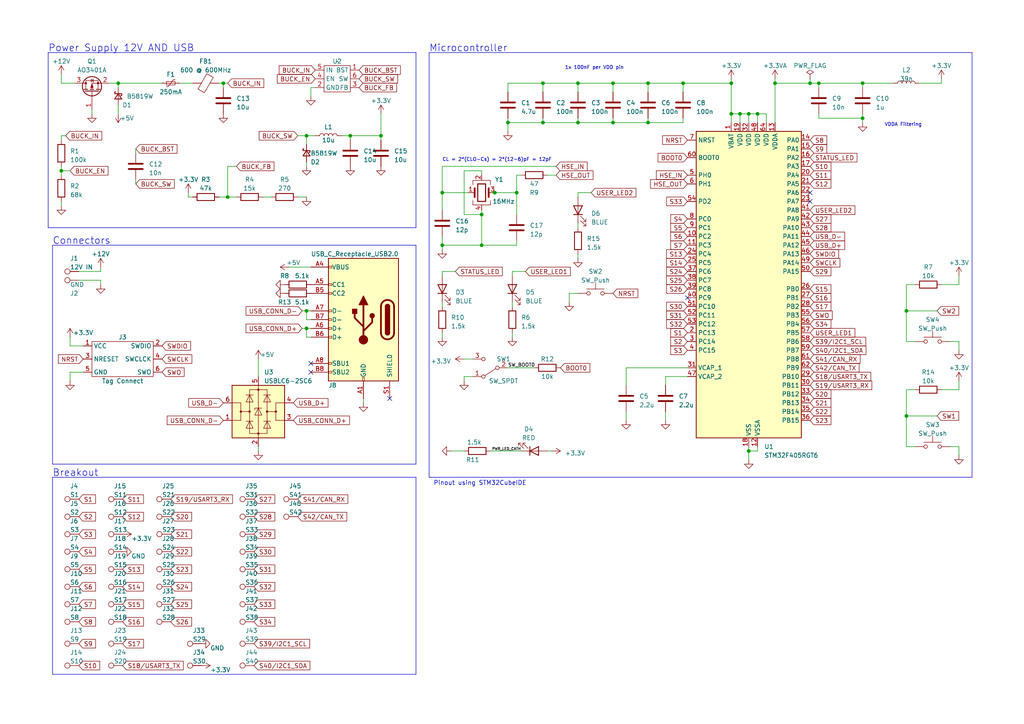
<source format=kicad_sch>
(kicad_sch (version 20230121) (generator eeschema)
  (paper "A4")
  (title_block (title "STM32 Simple") (date "2023-05-14") (rev "1.0"))
  (junction (at 157.48 24.13))
  (junction (at 250.19 34.29))
  (junction (at 250.19 24.13))
  (junction (at 110.49 39.37))
  (junction (at 219.71 33.02))
  (junction (at 167.64 35.56))
  (junction (at 149.86 55.88))
  (junction (at 167.64 24.13))
  (junction (at 147.32 35.56))
  (junction (at 262.89 120.65))
  (junction (at 143.51 55.88))
  (junction (at 64.77 24.13))
  (junction (at 139.7 62.23))
  (junction (at 177.8 24.13))
  (junction (at 88.9 95.25))
  (junction (at 187.96 24.13))
  (junction (at 177.8 35.56))
  (junction (at 128.27 71.12))
  (junction (at 212.09 33.02))
  (junction (at 88.9 39.37))
  (junction (at 88.9 90.17))
  (junction (at 262.89 90.17))
  (junction (at 66.04 57.15))
  (junction (at 101.6 39.37))
  (junction (at 217.17 130.81))
  (junction (at 17.78 49.53))
  (junction (at 217.17 33.02))
  (junction (at 212.09 24.13))
  (junction (at 214.63 33.02))
  (junction (at 224.79 24.13))
  (junction (at 157.48 35.56))
  (junction (at 128.27 55.88))
  (junction (at 139.7 71.12))
  (junction (at 234.95 24.13))
  (junction (at 34.29 24.13))
  (junction (at 187.96 35.56))
  (junction (at 237.49 24.13))
  (junction (at 198.12 24.13))
  (no_connect (at 199.39 86.36))
  (no_connect (at 234.95 55.88))
  (no_connect (at 90.17 107.95))
  (no_connect (at 113.03 115.57))
  (no_connect (at 234.95 58.42))
  (no_connect (at 90.17 105.41))
  (wire (pts (xy 147.32 34.29) (xy 147.32 35.56)))
  (wire (pts (xy 128.27 71.12) (xy 139.7 71.12)))
  (wire (pts (xy 237.49 33.02) (xy 237.49 34.29)))
  (polyline (pts (xy 120.65 195.58) (xy 120.65 138.43)))
  (wire (pts (xy 139.7 71.12) (xy 149.86 71.12)))
  (wire (pts (xy 187.96 26.67) (xy 187.96 24.13)))
  (wire (pts (xy 147.32 26.67) (xy 147.32 24.13)))
  (wire (pts (xy 142.24 55.88) (xy 143.51 55.88)))
  (wire (pts (xy 152.4 78.74) (xy 148.59 78.74)))
  (wire (pts (xy 157.48 26.67) (xy 157.48 24.13)))
  (wire (pts (xy 66.04 48.26) (xy 66.04 57.15)))
  (wire (pts (xy 219.71 35.56) (xy 219.71 33.02)))
  (polyline (pts (xy 281.94 138.43) (xy 281.94 15.24)))
  (wire (pts (xy 29.21 78.74) (xy 29.21 77.47)))
  (wire (pts (xy 87.63 90.17) (xy 88.9 90.17)))
  (wire (pts (xy 110.49 39.37) (xy 110.49 40.64)))
  (wire (pts (xy 90.17 97.79) (xy 88.9 97.79)))
  (wire (pts (xy 193.04 111.76) (xy 193.04 109.22)))
  (wire (pts (xy 177.8 34.29) (xy 177.8 35.56)))
  (wire (pts (xy 167.64 24.13) (xy 177.8 24.13)))
  (wire (pts (xy 17.78 21.59) (xy 17.78 24.13)))
  (wire (pts (xy 198.12 24.13) (xy 212.09 24.13)))
  (wire (pts (xy 74.93 129.54) (xy 74.93 130.81)))
  (wire (pts (xy 217.17 130.81) (xy 217.17 133.35)))
  (wire (pts (xy 193.04 109.22) (xy 199.39 109.22)))
  (wire (pts (xy 17.78 48.26) (xy 17.78 49.53)))
  (polyline (pts (xy 15.24 71.12) (xy 15.24 134.62)))
  (polyline (pts (xy 120.65 15.24) (xy 120.65 66.04)))
  (wire (pts (xy 265.43 129.54) (xy 262.89 129.54)))
  (wire (pts (xy 198.12 24.13) (xy 198.12 26.67)))
  (wire (pts (xy 212.09 22.86) (xy 212.09 24.13)))
  (wire (pts (xy 160.02 130.81) (xy 158.75 130.81)))
  (wire (pts (xy 66.04 57.15) (xy 68.58 57.15)))
  (wire (pts (xy 26.67 33.02) (xy 26.67 31.75)))
  (wire (pts (xy 234.95 22.86) (xy 234.95 24.13)))
  (wire (pts (xy 217.17 33.02) (xy 214.63 33.02)))
  (wire (pts (xy 265.43 113.03) (xy 262.89 113.03)))
  (wire (pts (xy 212.09 33.02) (xy 212.09 35.56)))
  (wire (pts (xy 147.32 24.13) (xy 157.48 24.13)))
  (wire (pts (xy 278.13 110.49) (xy 278.13 113.03)))
  (wire (pts (xy 148.59 97.79) (xy 148.59 96.52)))
  (wire (pts (xy 88.9 95.25) (xy 90.17 95.25)))
  (wire (pts (xy 222.25 33.02) (xy 219.71 33.02)))
  (wire (pts (xy 273.05 22.86) (xy 273.05 24.13)))
  (wire (pts (xy 266.7 24.13) (xy 273.05 24.13)))
  (wire (pts (xy 20.32 97.79) (xy 20.32 100.33)))
  (wire (pts (xy 219.71 129.54) (xy 219.71 130.81)))
  (wire (pts (xy 87.63 95.25) (xy 88.9 95.25)))
  (wire (pts (xy 110.49 33.02) (xy 110.49 39.37)))
  (wire (pts (xy 22.86 81.28) (xy 29.21 81.28)))
  (wire (pts (xy 187.96 34.29) (xy 187.96 35.56)))
  (wire (pts (xy 193.04 119.38) (xy 193.04 121.92)))
  (wire (pts (xy 134.62 104.14) (xy 137.16 104.14)))
  (polyline (pts (xy 15.24 138.43) (xy 15.24 195.58)))
  (polyline (pts (xy 15.24 134.62) (xy 120.65 134.62)))
  (wire (pts (xy 234.95 24.13) (xy 237.49 24.13)))
  (wire (pts (xy 262.89 90.17) (xy 271.78 90.17)))
  (wire (pts (xy 128.27 48.26) (xy 161.29 48.26)))
  (wire (pts (xy 224.79 24.13) (xy 234.95 24.13)))
  (wire (pts (xy 265.43 99.06) (xy 262.89 99.06)))
  (wire (pts (xy 52.07 24.13) (xy 55.88 24.13)))
  (wire (pts (xy 265.43 82.55) (xy 262.89 82.55)))
  (wire (pts (xy 139.7 62.23) (xy 139.7 60.96)))
  (wire (pts (xy 19.05 39.37) (xy 17.78 39.37)))
  (wire (pts (xy 88.9 48.26) (xy 88.9 46.99)))
  (wire (pts (xy 128.27 55.88) (xy 135.89 55.88)))
  (polyline (pts (xy 13.97 15.24) (xy 120.65 15.24)))
  (wire (pts (xy 177.8 26.67) (xy 177.8 24.13)))
  (wire (pts (xy 177.8 35.56) (xy 187.96 35.56)))
  (wire (pts (xy 34.29 24.13) (xy 34.29 25.4)))
  (wire (pts (xy 68.58 48.26) (xy 66.04 48.26)))
  (wire (pts (xy 262.89 120.65) (xy 262.89 129.54)))
  (polyline (pts (xy 124.46 15.24) (xy 124.46 138.43)))
  (polyline (pts (xy 120.65 66.04) (xy 13.97 66.04)))
  (wire (pts (xy 90.17 25.4) (xy 90.17 27.94)))
  (wire (pts (xy 63.5 57.15) (xy 66.04 57.15)))
  (wire (pts (xy 157.48 24.13) (xy 167.64 24.13)))
  (wire (pts (xy 20.32 100.33) (xy 24.13 100.33)))
  (wire (pts (xy 17.78 24.13) (xy 21.59 24.13)))
  (wire (pts (xy 128.27 68.58) (xy 128.27 71.12)))
  (wire (pts (xy 250.19 34.29) (xy 250.19 35.56)))
  (wire (pts (xy 273.05 82.55) (xy 278.13 82.55)))
  (wire (pts (xy 222.25 35.56) (xy 222.25 33.02)))
  (wire (pts (xy 214.63 33.02) (xy 212.09 33.02)))
  (wire (pts (xy 217.17 129.54) (xy 217.17 130.81)))
  (wire (pts (xy 29.21 81.28) (xy 29.21 82.55)))
  (wire (pts (xy 91.44 25.4) (xy 90.17 25.4)))
  (wire (pts (xy 250.19 33.02) (xy 250.19 34.29)))
  (wire (pts (xy 88.9 41.91) (xy 88.9 39.37)))
  (wire (pts (xy 278.13 99.06) (xy 278.13 101.6)))
  (wire (pts (xy 17.78 39.37) (xy 17.78 40.64)))
  (wire (pts (xy 24.13 107.95) (xy 20.32 107.95)))
  (wire (pts (xy 224.79 22.86) (xy 224.79 24.13)))
  (wire (pts (xy 149.86 69.85) (xy 149.86 71.12)))
  (wire (pts (xy 17.78 58.42) (xy 17.78 59.69)))
  (polyline (pts (xy 124.46 138.43) (xy 281.94 138.43)))
  (wire (pts (xy 199.39 106.68) (xy 181.61 106.68)))
  (wire (pts (xy 262.89 113.03) (xy 262.89 120.65)))
  (wire (pts (xy 167.64 35.56) (xy 177.8 35.56)))
  (wire (pts (xy 137.16 109.22) (xy 134.62 109.22)))
  (wire (pts (xy 63.5 24.13) (xy 64.77 24.13)))
  (wire (pts (xy 237.49 24.13) (xy 250.19 24.13)))
  (wire (pts (xy 237.49 34.29) (xy 250.19 34.29)))
  (wire (pts (xy 64.77 25.4) (xy 64.77 24.13)))
  (wire (pts (xy 101.6 39.37) (xy 110.49 39.37)))
  (wire (pts (xy 219.71 33.02) (xy 217.17 33.02)))
  (wire (pts (xy 278.13 80.01) (xy 278.13 82.55)))
  (wire (pts (xy 34.29 24.13) (xy 46.99 24.13)))
  (wire (pts (xy 139.7 49.53) (xy 139.7 50.8)))
  (wire (pts (xy 167.64 66.04) (xy 167.64 64.77)))
  (wire (pts (xy 167.64 55.88) (xy 167.64 57.15)))
  (wire (pts (xy 128.27 78.74) (xy 128.27 80.01)))
  (wire (pts (xy 167.64 34.29) (xy 167.64 35.56)))
  (wire (pts (xy 224.79 24.13) (xy 224.79 35.56)))
  (wire (pts (xy 167.64 26.67) (xy 167.64 24.13)))
  (polyline (pts (xy 120.65 134.62) (xy 120.65 71.12)))
  (wire (pts (xy 139.7 49.53) (xy 134.62 49.53)))
  (wire (pts (xy 134.62 62.23) (xy 139.7 62.23)))
  (wire (pts (xy 167.64 85.09) (xy 165.1 85.09)))
  (wire (pts (xy 31.75 24.13) (xy 34.29 24.13)))
  (wire (pts (xy 158.75 50.8) (xy 161.29 50.8)))
  (wire (pts (xy 250.19 24.13) (xy 259.08 24.13)))
  (polyline (pts (xy 120.65 71.12) (xy 15.24 71.12)))
  (wire (pts (xy 128.27 97.79) (xy 128.27 96.52)))
  (wire (pts (xy 105.41 115.57) (xy 105.41 116.84)))
  (wire (pts (xy 157.48 35.56) (xy 167.64 35.56)))
  (wire (pts (xy 198.12 34.29) (xy 198.12 35.56)))
  (wire (pts (xy 134.62 109.22) (xy 134.62 110.49)))
  (wire (pts (xy 88.9 57.15) (xy 86.36 57.15)))
  (wire (pts (xy 128.27 88.9) (xy 128.27 87.63)))
  (wire (pts (xy 149.86 50.8) (xy 151.13 50.8)))
  (wire (pts (xy 83.82 77.47) (xy 90.17 77.47)))
  (wire (pts (xy 149.86 55.88) (xy 149.86 62.23)))
  (wire (pts (xy 88.9 90.17) (xy 90.17 90.17)))
  (wire (pts (xy 177.8 24.13) (xy 187.96 24.13)))
  (wire (pts (xy 147.32 35.56) (xy 147.32 38.1)))
  (wire (pts (xy 143.51 55.88) (xy 149.86 55.88)))
  (wire (pts (xy 187.96 24.13) (xy 198.12 24.13)))
  (wire (pts (xy 181.61 119.38) (xy 181.61 121.92)))
  (wire (pts (xy 167.64 74.93) (xy 167.64 73.66)))
  (wire (pts (xy 64.77 24.13) (xy 66.04 24.13)))
  (wire (pts (xy 262.89 90.17) (xy 262.89 99.06)))
  (wire (pts (xy 22.86 78.74) (xy 29.21 78.74)))
  (wire (pts (xy 39.37 43.18) (xy 39.37 44.45)))
  (wire (pts (xy 273.05 113.03) (xy 278.13 113.03)))
  (wire (pts (xy 128.27 72.39) (xy 128.27 71.12)))
  (wire (pts (xy 157.48 34.29) (xy 157.48 35.56)))
  (wire (pts (xy 54.61 57.15) (xy 55.88 57.15)))
  (wire (pts (xy 88.9 39.37) (xy 91.44 39.37)))
  (wire (pts (xy 181.61 106.68) (xy 181.61 111.76)))
  (wire (pts (xy 165.1 85.09) (xy 165.1 87.63)))
  (wire (pts (xy 275.59 99.06) (xy 278.13 99.06)))
  (wire (pts (xy 101.6 39.37) (xy 101.6 40.64)))
  (wire (pts (xy 278.13 129.54) (xy 278.13 132.08)))
  (wire (pts (xy 250.19 25.4) (xy 250.19 24.13)))
  (wire (pts (xy 142.24 130.81) (xy 151.13 130.81)))
  (wire (pts (xy 148.59 88.9) (xy 148.59 87.63)))
  (wire (pts (xy 147.32 106.68) (xy 154.94 106.68)))
  (wire (pts (xy 134.62 130.81) (xy 130.81 130.81)))
  (wire (pts (xy 148.59 78.74) (xy 148.59 80.01)))
  (wire (pts (xy 262.89 120.65) (xy 271.78 120.65)))
  (wire (pts (xy 187.96 35.56) (xy 198.12 35.56)))
  (wire (pts (xy 171.45 55.88) (xy 167.64 55.88)))
  (polyline (pts (xy 15.24 195.58) (xy 120.65 195.58)))
  (wire (pts (xy 17.78 49.53) (xy 20.32 49.53)))
  (wire (pts (xy 39.37 53.34) (xy 39.37 52.07)))
  (wire (pts (xy 128.27 55.88) (xy 128.27 60.96)))
  (wire (pts (xy 74.93 104.14) (xy 74.93 109.22)))
  (wire (pts (xy 34.29 30.48) (xy 34.29 33.02)))
  (wire (pts (xy 88.9 39.37) (xy 86.36 39.37)))
  (polyline (pts (xy 13.97 66.04) (xy 13.97 15.24)))
  (wire (pts (xy 139.7 62.23) (xy 139.7 71.12)))
  (wire (pts (xy 237.49 25.4) (xy 237.49 24.13)))
  (wire (pts (xy 17.78 49.53) (xy 17.78 50.8)))
  (polyline (pts (xy 120.65 138.43) (xy 15.24 138.43)))
  (wire (pts (xy 275.59 129.54) (xy 278.13 129.54)))
  (wire (pts (xy 20.32 107.95) (xy 20.32 110.49)))
  (wire (pts (xy 212.09 24.13) (xy 212.09 33.02)))
  (wire (pts (xy 128.27 55.88) (xy 128.27 48.26)))
  (wire (pts (xy 132.08 78.74) (xy 128.27 78.74)))
  (wire (pts (xy 214.63 35.56) (xy 214.63 33.02)))
  (wire (pts (xy 134.62 49.53) (xy 134.62 62.23)))
  (wire (pts (xy 90.17 92.71) (xy 88.9 92.71)))
  (wire (pts (xy 88.9 92.71) (xy 88.9 90.17)))
  (wire (pts (xy 76.2 57.15) (xy 78.74 57.15)))
  (wire (pts (xy 217.17 35.56) (xy 217.17 33.02)))
  (wire (pts (xy 219.71 130.81) (xy 217.17 130.81)))
  (wire (pts (xy 54.61 55.88) (xy 54.61 57.15)))
  (wire (pts (xy 262.89 82.55) (xy 262.89 90.17)))
  (wire (pts (xy 88.9 95.25) (xy 88.9 97.79)))
  (wire (pts (xy 149.86 50.8) (xy 149.86 55.88)))
  (wire (pts (xy 147.32 35.56) (xy 157.48 35.56)))
  (polyline (pts (xy 124.46 15.24) (xy 281.94 15.24)))
  (wire (pts (xy 99.06 39.37) (xy 101.6 39.37)))
  (text "1x 100nF per VDD pin" (at 163.83 20.32 0) (effects (font (size 1 1)) (justify left bottom)))
  (text "Power Supply 12V AND USB\n" (at 13.97 15.24 0) (effects (font (size 2 2)) (justify left bottom)))
  (text "CL = 2*(CLO-Cs) = 2*(12-6)pF = 12pF" (at 128.27 46.99 0) (effects (font (size 1 1)) (justify left bottom)))
  (text "Breakout\n" (at 15.24 138.43 0) (effects (font (size 2 2)) (justify left bottom)))
  (text "VDDA Filtering\n" (at 256.54 36.83 0) (effects (font (size 1 1)) (justify left bottom)))
  (text "Microcontroller" (at 124.46 15.24 0) (effects (font (size 2 2)) (justify left bottom)))
  (text "Connectors\n" (at 15.24 71.12 0) (effects (font (size 2 2)) (justify left bottom)))
  (text "Pinout using STM32CubeIDE\n" (at 125.73 140.97 0) (effects (font (size 1.27 1.27)) (justify left bottom)))
  (label "SW_BOOT0" (at 147.32 106.68 0) (effects (font (size 1 1))))
  (label "PWR_LED_CATH" (at 151.13 130.81 180) (effects (font (size 0.75 0.75))))
  (global_label "S42{slash}CAN_TX" (shape input) (at 86.36 149.86 0) (property "Intersheetrefs" "${INTERSHEET_REFS}" (effects hide)))
  (global_label "S9" (shape input) (at 22.86 186.69 0) (property "Intersheetrefs" "${INTERSHEET_REFS}" (effects hide)))
  (global_label "S41{slash}CAN_RX" (shape input) (at 234.95 104.14 0) (property "Intersheetrefs" "${INTERSHEET_REFS}" (effects hide)))
  (global_label "S12" (shape input) (at 234.95 53.34 0) (property "Intersheetrefs" "${INTERSHEET_REFS}" (effects hide)))
  (global_label "S41{slash}CAN_RX" (shape input) (at 86.36 144.78 0) (property "Intersheetrefs" "${INTERSHEET_REFS}" (effects hide)))
  (global_label "BUCK_IN" (shape input) (at 66.04 24.13 0) (property "Intersheetrefs" "${INTERSHEET_REFS}" (effects hide)))
  (global_label "USER_LED1" (shape input) (at 152.4 78.74 0) (property "Intersheetrefs" "${INTERSHEET_REFS}" (effects hide)))
  (global_label "USER_LED2" (shape input) (at 234.95 60.96 0) (property "Intersheetrefs" "${INTERSHEET_REFS}" (effects hide)))
  (global_label "S39{slash}I2C1_SCL" (shape input) (at 234.95 99.06 0) (property "Intersheetrefs" "${INTERSHEET_REFS}" (effects hide)))
  (global_label "S8" (shape input) (at 234.95 40.64 0) (property "Intersheetrefs" "${INTERSHEET_REFS}" (effects hide)))
  (global_label "S4" (shape input) (at 199.39 63.5 180) (property "Intersheetrefs" "${INTERSHEET_REFS}" (effects hide)))
  (global_label "S22" (shape input) (at 234.95 119.38 0) (property "Intersheetrefs" "${INTERSHEET_REFS}" (effects hide)))
  (global_label "S4" (shape input) (at 22.86 160.02 0) (property "Intersheetrefs" "${INTERSHEET_REFS}" (effects hide)))
  (global_label "HSE_OUT" (shape input) (at 161.29 50.8 0) (property "Intersheetrefs" "${INTERSHEET_REFS}" (effects hide)))
  (global_label "BUCK_SW" (shape input) (at 86.36 39.37 180) (property "Intersheetrefs" "${INTERSHEET_REFS}" (effects hide)))
  (global_label "BUCK_BST" (shape input) (at 104.14 20.32 0) (property "Intersheetrefs" "${INTERSHEET_REFS}" (effects hide)))
  (global_label "S27" (shape input) (at 73.66 144.78 0) (property "Intersheetrefs" "${INTERSHEET_REFS}" (effects hide)))
  (global_label "HSE_OUT" (shape input) (at 199.39 53.34 180) (property "Intersheetrefs" "${INTERSHEET_REFS}" (effects hide)))
  (global_label "S24" (shape input) (at 49.53 170.18 0) (property "Intersheetrefs" "${INTERSHEET_REFS}" (effects hide)))
  (global_label "S1" (shape input) (at 199.39 96.52 180) (property "Intersheetrefs" "${INTERSHEET_REFS}" (effects hide)))
  (global_label "S40{slash}I2C1_SDA" (shape input) (at 234.95 101.6 0) (property "Intersheetrefs" "${INTERSHEET_REFS}" (effects hide)))
  (global_label "BUCK_EN" (shape input) (at 20.32 49.53 0) (property "Intersheetrefs" "${INTERSHEET_REFS}" (effects hide)))
  (global_label "NRST" (shape input) (at 177.8 85.09 0) (property "Intersheetrefs" "${INTERSHEET_REFS}" (effects hide)))
  (global_label "S42{slash}CAN_TX" (shape input) (at 234.95 106.68 0) (property "Intersheetrefs" "${INTERSHEET_REFS}" (effects hide)))
  (global_label "BOOT0" (shape input) (at 199.39 45.72 180) (property "Intersheetrefs" "${INTERSHEET_REFS}" (effects hide)))
  (global_label "SWCLK" (shape input) (at 234.95 76.2 0) (property "Intersheetrefs" "${INTERSHEET_REFS}" (effects hide)))
  (global_label "USB_CONN_D-" (shape input) (at 87.63 90.17 180) (property "Intersheetrefs" "${INTERSHEET_REFS}" (effects hide)))
  (global_label "S19{slash}USART3_RX" (shape input) (at 234.95 111.76 0) (property "Intersheetrefs" "${INTERSHEET_REFS}" (effects hide)))
  (global_label "USER_LED2" (shape input) (at 171.45 55.88 0) (property "Intersheetrefs" "${INTERSHEET_REFS}" (effects hide)))
  (global_label "S26" (shape input) (at 199.39 83.82 180) (property "Intersheetrefs" "${INTERSHEET_REFS}" (effects hide)))
  (global_label "S25" (shape input) (at 199.39 81.28 180) (property "Intersheetrefs" "${INTERSHEET_REFS}" (effects hide)))
  (global_label "USB_D-" (shape input) (at 64.77 116.84 180) (property "Intersheetrefs" "${INTERSHEET_REFS}" (effects hide)))
  (global_label "STATUS_LED" (shape input) (at 132.08 78.74 0) (property "Intersheetrefs" "${INTERSHEET_REFS}" (effects hide)))
  (global_label "NRST" (shape input) (at 24.13 104.14 180) (property "Intersheetrefs" "${INTERSHEET_REFS}" (effects hide)))
  (global_label "SWDIO" (shape input) (at 46.99 100.33 0) (property "Intersheetrefs" "${INTERSHEET_REFS}" (effects hide)))
  (global_label "S29" (shape input) (at 73.66 154.94 0) (property "Intersheetrefs" "${INTERSHEET_REFS}" (effects hide)))
  (global_label "S31" (shape input) (at 199.39 91.44 180) (property "Intersheetrefs" "${INTERSHEET_REFS}" (effects hide)))
  (global_label "BUCK_IN" (shape input) (at 19.05 39.37 0) (property "Intersheetrefs" "${INTERSHEET_REFS}" (effects hide)))
  (global_label "S13" (shape input) (at 35.56 165.1 0) (property "Intersheetrefs" "${INTERSHEET_REFS}" (effects hide)))
  (global_label "S33" (shape input) (at 73.66 175.26 0) (property "Intersheetrefs" "${INTERSHEET_REFS}" (effects hide)))
  (global_label "USB_CONN_D+" (shape input) (at 85.09 121.92 0) (property "Intersheetrefs" "${INTERSHEET_REFS}" (effects hide)))
  (global_label "S28" (shape input) (at 73.66 149.86 0) (property "Intersheetrefs" "${INTERSHEET_REFS}" (effects hide)))
  (global_label "USB_D+" (shape input) (at 234.95 71.12 0) (property "Intersheetrefs" "${INTERSHEET_REFS}" (effects hide)))
  (global_label "S16" (shape input) (at 234.95 86.36 0) (property "Intersheetrefs" "${INTERSHEET_REFS}" (effects hide)))
  (global_label "S11" (shape input) (at 234.95 50.8 0) (property "Intersheetrefs" "${INTERSHEET_REFS}" (effects hide)))
  (global_label "BUCK_FB" (shape input) (at 104.14 25.4 0) (property "Intersheetrefs" "${INTERSHEET_REFS}" (effects hide)))
  (global_label "S20" (shape input) (at 49.53 149.86 0) (property "Intersheetrefs" "${INTERSHEET_REFS}" (effects hide)))
  (global_label "S28" (shape input) (at 234.95 66.04 0) (property "Intersheetrefs" "${INTERSHEET_REFS}" (effects hide)))
  (global_label "S21" (shape input) (at 234.95 116.84 0) (property "Intersheetrefs" "${INTERSHEET_REFS}" (effects hide)))
  (global_label "BUCK_EN" (shape input) (at 91.44 22.86 180) (property "Intersheetrefs" "${INTERSHEET_REFS}" (effects hide)))
  (global_label "SW1" (shape input) (at 271.78 120.65 0) (property "Intersheetrefs" "${INTERSHEET_REFS}" (effects hide)))
  (global_label "S3" (shape input) (at 22.86 154.94 0) (property "Intersheetrefs" "${INTERSHEET_REFS}" (effects hide)))
  (global_label "S5" (shape input) (at 22.86 165.1 0) (property "Intersheetrefs" "${INTERSHEET_REFS}" (effects hide)))
  (global_label "S32" (shape input) (at 73.66 170.18 0) (property "Intersheetrefs" "${INTERSHEET_REFS}" (effects hide)))
  (global_label "S12" (shape input) (at 35.56 149.86 0) (property "Intersheetrefs" "${INTERSHEET_REFS}" (effects hide)))
  (global_label "HSE_IN" (shape input) (at 199.39 50.8 180) (property "Intersheetrefs" "${INTERSHEET_REFS}" (effects hide)))
  (global_label "S11" (shape input) (at 35.56 144.78 0) (property "Intersheetrefs" "${INTERSHEET_REFS}" (effects hide)))
  (global_label "S34" (shape input) (at 234.95 93.98 0) (property "Intersheetrefs" "${INTERSHEET_REFS}" (effects hide)))
  (global_label "S10" (shape input) (at 22.86 193.04 0) (property "Intersheetrefs" "${INTERSHEET_REFS}" (effects hide)))
  (global_label "S23" (shape input) (at 49.53 165.1 0) (property "Intersheetrefs" "${INTERSHEET_REFS}" (effects hide)))
  (global_label "BUCK_SW" (shape input) (at 39.37 53.34 0) (property "Intersheetrefs" "${INTERSHEET_REFS}" (effects hide)))
  (global_label "S2" (shape input) (at 199.39 99.06 180) (property "Intersheetrefs" "${INTERSHEET_REFS}" (effects hide)))
  (global_label "S27" (shape input) (at 234.95 63.5 0) (property "Intersheetrefs" "${INTERSHEET_REFS}" (effects hide)))
  (global_label "SWO" (shape input) (at 46.99 107.95 0) (property "Intersheetrefs" "${INTERSHEET_REFS}" (effects hide)))
  (global_label "S17" (shape input) (at 35.56 186.69 0) (property "Intersheetrefs" "${INTERSHEET_REFS}" (effects hide)))
  (global_label "NRST" (shape input) (at 199.39 40.64 180) (property "Intersheetrefs" "${INTERSHEET_REFS}" (effects hide)))
  (global_label "S29" (shape input) (at 234.95 78.74 0) (property "Intersheetrefs" "${INTERSHEET_REFS}" (effects hide)))
  (global_label "S31" (shape input) (at 73.66 165.1 0) (property "Intersheetrefs" "${INTERSHEET_REFS}" (effects hide)))
  (global_label "S17" (shape input) (at 234.95 88.9 0) (property "Intersheetrefs" "${INTERSHEET_REFS}" (effects hide)))
  (global_label "S6" (shape input) (at 199.39 68.58 180) (property "Intersheetrefs" "${INTERSHEET_REFS}" (effects hide)))
  (global_label "S39{slash}I2C1_SCL" (shape input) (at 73.66 186.69 0) (property "Intersheetrefs" "${INTERSHEET_REFS}" (effects hide)))
  (global_label "SWCLK" (shape input) (at 46.99 104.14 0) (property "Intersheetrefs" "${INTERSHEET_REFS}" (effects hide)))
  (global_label "S7" (shape input) (at 22.86 175.26 0) (property "Intersheetrefs" "${INTERSHEET_REFS}" (effects hide)))
  (global_label "S25" (shape input) (at 49.53 175.26 0) (property "Intersheetrefs" "${INTERSHEET_REFS}" (effects hide)))
  (global_label "USB_D+" (shape input) (at 85.09 116.84 0) (property "Intersheetrefs" "${INTERSHEET_REFS}" (effects hide)))
  (global_label "HSE_IN" (shape input) (at 161.29 48.26 0) (property "Intersheetrefs" "${INTERSHEET_REFS}" (effects hide)))
  (global_label "S20" (shape input) (at 234.95 114.3 0) (property "Intersheetrefs" "${INTERSHEET_REFS}" (effects hide)))
  (global_label "BUCK_IN" (shape input) (at 91.44 20.32 180) (property "Intersheetrefs" "${INTERSHEET_REFS}" (effects hide)))
  (global_label "S10" (shape input) (at 234.95 48.26 0) (property "Intersheetrefs" "${INTERSHEET_REFS}" (effects hide)))
  (global_label "S32" (shape input) (at 199.39 93.98 180) (property "Intersheetrefs" "${INTERSHEET_REFS}" (effects hide)))
  (global_label "S18{slash}USART3_TX" (shape input) (at 234.95 109.22 0) (property "Intersheetrefs" "${INTERSHEET_REFS}" (effects hide)))
  (global_label "S2" (shape input) (at 22.86 149.86 0) (property "Intersheetrefs" "${INTERSHEET_REFS}" (effects hide)))
  (global_label "S21" (shape input) (at 49.53 154.94 0) (property "Intersheetrefs" "${INTERSHEET_REFS}" (effects hide)))
  (global_label "S14" (shape input) (at 199.39 76.2 180) (property "Intersheetrefs" "${INTERSHEET_REFS}" (effects hide)))
  (global_label "S1" (shape input) (at 22.86 144.78 0) (property "Intersheetrefs" "${INTERSHEET_REFS}" (effects hide)))
  (global_label "S3" (shape input) (at 199.39 101.6 180) (property "Intersheetrefs" "${INTERSHEET_REFS}" (effects hide)))
  (global_label "S40{slash}I2C1_SDA" (shape input) (at 73.66 193.04 0) (property "Intersheetrefs" "${INTERSHEET_REFS}" (effects hide)))
  (global_label "S22" (shape input) (at 49.53 160.02 0) (property "Intersheetrefs" "${INTERSHEET_REFS}" (effects hide)))
  (global_label "S16" (shape input) (at 35.56 180.34 0) (property "Intersheetrefs" "${INTERSHEET_REFS}" (effects hide)))
  (global_label "S7" (shape input) (at 199.39 71.12 180) (property "Intersheetrefs" "${INTERSHEET_REFS}" (effects hide)))
  (global_label "USB_D-" (shape input) (at 234.95 68.58 0) (property "Intersheetrefs" "${INTERSHEET_REFS}" (effects hide)))
  (global_label "S19{slash}USART3_RX" (shape input) (at 49.53 144.78 0) (property "Intersheetrefs" "${INTERSHEET_REFS}" (effects hide)))
  (global_label "S23" (shape input) (at 234.95 121.92 0) (property "Intersheetrefs" "${INTERSHEET_REFS}" (effects hide)))
  (global_label "S30" (shape input) (at 73.66 160.02 0) (property "Intersheetrefs" "${INTERSHEET_REFS}" (effects hide)))
  (global_label "S30" (shape input) (at 199.39 88.9 180) (property "Intersheetrefs" "${INTERSHEET_REFS}" (effects hide)))
  (global_label "SW2" (shape input) (at 271.78 90.17 0) (property "Intersheetrefs" "${INTERSHEET_REFS}" (effects hide)))
  (global_label "S18{slash}USART3_TX" (shape input) (at 35.56 193.04 0) (property "Intersheetrefs" "${INTERSHEET_REFS}" (effects hide)))
  (global_label "USB_CONN_D+" (shape input) (at 87.63 95.25 180) (property "Intersheetrefs" "${INTERSHEET_REFS}" (effects hide)))
  (global_label "S5" (shape input) (at 199.39 66.04 180) (property "Intersheetrefs" "${INTERSHEET_REFS}" (effects hide)))
  (global_label "S8" (shape input) (at 22.86 180.34 0) (property "Intersheetrefs" "${INTERSHEET_REFS}" (effects hide)))
  (global_label "USER_LED1" (shape input) (at 234.95 96.52 0) (property "Intersheetrefs" "${INTERSHEET_REFS}" (effects hide)))
  (global_label "S6" (shape input) (at 22.86 170.18 0) (property "Intersheetrefs" "${INTERSHEET_REFS}" (effects hide)))
  (global_label "USB_CONN_D-" (shape input) (at 64.77 121.92 180) (property "Intersheetrefs" "${INTERSHEET_REFS}" (effects hide)))
  (global_label "S9" (shape input) (at 234.95 43.18 0) (property "Intersheetrefs" "${INTERSHEET_REFS}" (effects hide)))
  (global_label "S34" (shape input) (at 73.66 180.34 0) (property "Intersheetrefs" "${INTERSHEET_REFS}" (effects hide)))
  (global_label "SWO" (shape input) (at 234.95 91.44 0) (property "Intersheetrefs" "${INTERSHEET_REFS}" (effects hide)))
  (global_label "S33" (shape input) (at 199.39 58.42 180) (property "Intersheetrefs" "${INTERSHEET_REFS}" (effects hide)))
  (global_label "BUCK_SW" (shape input) (at 104.14 22.86 0) (property "Intersheetrefs" "${INTERSHEET_REFS}" (effects hide)))
  (global_label "S26" (shape input) (at 49.53 180.34 0) (property "Intersheetrefs" "${INTERSHEET_REFS}" (effects hide)))
  (global_label "S24" (shape input) (at 199.39 78.74 180) (property "Intersheetrefs" "${INTERSHEET_REFS}" (effects hide)))
  (global_label "S14" (shape input) (at 35.56 170.18 0) (property "Intersheetrefs" "${INTERSHEET_REFS}" (effects hide)))
  (global_label "STATUS_LED" (shape input) (at 234.95 45.72 0) (property "Intersheetrefs" "${INTERSHEET_REFS}" (effects hide)))
  (global_label "S13" (shape input) (at 199.39 73.66 180) (property "Intersheetrefs" "${INTERSHEET_REFS}" (effects hide)))
  (global_label "BUCK_FB" (shape input) (at 68.58 48.26 0) (property "Intersheetrefs" "${INTERSHEET_REFS}" (effects hide)))
  (global_label "S15" (shape input) (at 234.95 83.82 0) (property "Intersheetrefs" "${INTERSHEET_REFS}" (effects hide)))
  (global_label "SWDIO" (shape input) (at 234.95 73.66 0) (property "Intersheetrefs" "${INTERSHEET_REFS}" (effects hide)))
  (global_label "S15" (shape input) (at 35.56 175.26 0) (property "Intersheetrefs" "${INTERSHEET_REFS}" (effects hide)))
  (global_label "BOOT0" (shape input) (at 162.56 106.68 0) (property "Intersheetrefs" "${INTERSHEET_REFS}" (effects hide)))
  (global_label "BUCK_BST" (shape input) (at 39.37 43.18 0) (property "Intersheetrefs" "${INTERSHEET_REFS}" (effects hide)))
  (symbol (lib_id "Device:R") (at 86.36 85.09 90) (unit 1)
    (property "Reference" "R13" (at 82.55 87.63 90))
    (property "Value" "5.1k" (at 87.63 87.63 90))
    (property "Footprint" "Resistor_SMD:R_0402_1005Metric" (effects hide))
  )
  (symbol (lib_id "Connector:TestPoint") (at 73.66 180.34 90) (unit 1)
    (property "Reference" "J42" (at 71.12 176.53 90) (effects (justify right)))
    (property "Value" "S38" (at 71.12 179.07 90) (effects (justify right)))
    (property "Footprint" "Josh Custom:Cas Pad" (effects hide))
  )
  (symbol (lib_id "power:GND") (at 193.04 121.92 0) (unit 1)
    (property "Reference" "#PWR033" (effects hide))
    (property "Value" "GND" (effects hide))
  )
  (symbol (lib_id "power:GND") (at 35.56 160.02 90) (unit 1)
    (property "Reference" "#PWR010" (effects hide))
    (property "Value" "GND" (at 38.1 161.29 90) (effects (justify right)))
  )
  (symbol (lib_id "power:+12V") (at 17.78 21.59 0) (unit 1)
    (property "Reference" "#PWR02" (effects hide))
    (property "Value" "+12V" (at 17.78 17.78 0))
  )
  (symbol (lib_id "Connector:TestPoint") (at 22.86 81.28 90) (unit 1)
    (property "Reference" "J2" (at 20.32 85.09 90) (effects (justify right)))
    (property "Value" "GND" (at 20.32 82.55 90) (effects (justify right)))
    (property "Footprint" "TestPoint:TestPoint_Pad_2.5x2.5mm" (effects hide))
  )
  (symbol (lib_id "Device:C") (at 147.32 30.48 0) (unit 1)
    (property "Reference" "C1" (at 151.13 29.845 0) (effects (justify left)))
    (property "Value" "4.7u" (at 151.13 32.385 0) (effects (justify left)))
    (property "Footprint" "Capacitor_SMD:C_0603_1608Metric" (effects hide))
  )
  (symbol (lib_id "Connector:TestPoint") (at 35.56 170.18 90) (unit 1)
    (property "Reference" "J20" (at 33.02 166.37 90) (effects (justify right)))
    (property "Value" "S16" (at 33.02 168.91 90) (effects (justify right)))
    (property "Footprint" "Josh Custom:Cas Pad" (effects hide))
  )
  (symbol (lib_id "Device:R") (at 148.59 92.71 0) (unit 1)
    (property "Reference" "R6" (at 151.13 92.075 0) (effects (justify left)))
    (property "Value" "1.5k" (at 151.13 94.615 0) (effects (justify left)))
    (property "Footprint" "Resistor_SMD:R_0603_1608Metric" (effects hide))
  )
  (symbol (lib_id "Connector:TestPoint") (at 22.86 170.18 90) (unit 1)
    (property "Reference" "J10" (at 20.32 166.37 90) (effects (justify right)))
    (property "Value" "S6" (at 20.32 168.91 90) (effects (justify right)))
    (property "Footprint" "Josh Custom:Cas Pad" (effects hide))
  )
  (symbol (lib_id "Device:LED") (at 148.59 83.82 90) (unit 1)
    (property "Reference" "D5" (at 152.4 84.7725 90) (effects (justify right)))
    (property "Value" "BLUE" (at 152.4 87.3125 90) (effects (justify right)))
    (property "Footprint" "LED_SMD:LED_0603_1608Metric" (effects hide))
  )
  (symbol (lib_id "Device:C") (at 64.77 29.21 0) (unit 1)
    (property "Reference" "C13" (at 68.58 28.575 0) (effects (justify left)))
    (property "Value" "10u" (at 68.58 31.115 0) (effects (justify left)))
    (property "Footprint" "Capacitor_SMD:C_1206_3216Metric" (effects hide))
  )
  (symbol (lib_id "power:GND") (at 17.78 59.69 0) (unit 1)
    (property "Reference" "#PWR03" (effects hide))
    (property "Value" "GND" (effects hide))
  )
  (symbol (lib_id "Device:C") (at 157.48 30.48 0) (unit 1)
    (property "Reference" "C2" (at 161.29 29.845 0) (effects (justify left)))
    (property "Value" "100n" (at 161.29 32.385 0) (effects (justify left)))
    (property "Footprint" "Capacitor_SMD:C_0402_1005Metric" (effects hide))
  )
  (symbol (lib_id "power:GND") (at 58.42 186.69 90) (unit 1)
    (property "Reference" "#PWR016" (effects hide))
    (property "Value" "GND" (at 60.96 187.96 90) (effects (justify right)))
  )
  (symbol (lib_id "Connector:TestPoint") (at 22.86 165.1 90) (unit 1)
    (property "Reference" "J9" (at 20.32 161.29 90) (effects (justify right)))
    (property "Value" "S5" (at 20.32 163.83 90) (effects (justify right)))
    (property "Footprint" "Josh Custom:Cas Pad" (effects hide))
  )
  (symbol (lib_id "power:+3.3V") (at 278.13 110.49 0) (unit 1)
    (property "Reference" "#PWR024" (effects hide))
    (property "Value" "+3.3V" (at 278.13 106.68 0))
  )
  (symbol (lib_id "Device:Crystal_GND24") (at 139.7 55.88 0) (unit 1)
    (property "Reference" "Y1" (at 144.78 52.07 0))
    (property "Value" "16MHz" (at 146.05 58.42 0))
    (property "Footprint" "Crystal:Crystal_SMD_3225-4Pin_3.2x2.5mm" (effects hide))
  )
  (symbol (lib_id "Device:C") (at 250.19 29.21 0) (unit 1)
    (property "Reference" "C10" (at 254 28.575 0) (effects (justify left)))
    (property "Value" "1u" (at 254 31.115 0) (effects (justify left)))
    (property "Footprint" "Capacitor_SMD:C_0402_1005Metric" (effects hide))
  )
  (symbol (lib_id "Connector:TestPoint") (at 49.53 175.26 90) (unit 1)
    (property "Reference" "J31" (at 46.99 171.45 90) (effects (justify right)))
    (property "Value" "S27" (at 46.99 173.99 90) (effects (justify right)))
    (property "Footprint" "Josh Custom:Cas Pad" (effects hide))
  )
  (symbol (lib_id "Connector:TestPoint") (at 86.36 144.78 90) (unit 1)
    (property "Reference" "J45" (at 83.82 140.97 90) (effects (justify right)))
    (property "Value" "S41" (at 83.82 143.51 90) (effects (justify right)))
    (property "Footprint" "Josh Custom:Cas Pad" (effects hide))
  )
  (symbol (lib_id "Device:D_Schottky_Small") (at 34.29 27.94 90) (mirror x) (unit 1)
    (property "Reference" "D1" (at 36.83 30.48 90))
    (property "Value" "B5819W" (at 40.64 27.94 90))
    (property "Footprint" "Diode_SMD:D_SOD-123" (effects hide))
  )
  (symbol (lib_id "Device:C") (at 149.86 66.04 0) (unit 1)
    (property "Reference" "C17" (at 153.67 65.405 0) (effects (justify left)))
    (property "Value" "12p" (at 153.67 67.945 0) (effects (justify left)))
    (property "Footprint" "Capacitor_SMD:C_0402_1005Metric" (effects hide))
  )
  (symbol (lib_id "power:+3.3V") (at 160.02 130.81 270) (unit 1)
    (property "Reference" "#PWR01" (effects hide))
    (property "Value" "+3.3V" (at 163.83 131.445 90) (effects (justify left)))
  )
  (symbol (lib_id "power:GND") (at 88.9 48.26 0) (unit 1)
    (property "Reference" "#PWR020" (effects hide))
    (property "Value" "GND" (effects hide))
  )
  (symbol (lib_id "Connector:TestPoint") (at 73.66 170.18 90) (unit 1)
    (property "Reference" "J40" (at 71.12 166.37 90) (effects (justify right)))
    (property "Value" "S36" (at 71.12 168.91 90) (effects (justify right)))
    (property "Footprint" "Josh Custom:Cas Pad" (effects hide))
  )
  (symbol (lib_id "Connector:TestPoint") (at 22.86 154.94 90) (unit 1)
    (property "Reference" "J6" (at 20.32 151.13 90) (effects (justify right)))
    (property "Value" "S3" (at 20.32 153.67 90) (effects (justify right)))
    (property "Footprint" "Josh Custom:Cas Pad" (effects hide))
  )
  (symbol (lib_id "Connector:TestPoint") (at 73.66 193.04 90) (unit 1)
    (property "Reference" "J44" (at 71.12 189.23 90) (effects (justify right)))
    (property "Value" "S40" (at 71.12 191.77 90) (effects (justify right)))
    (property "Footprint" "Josh Custom:Cas Pad" (effects hide))
  )
  (symbol (lib_id "Device:R") (at 17.78 44.45 0) (unit 1)
    (property "Reference" "R1" (at 20.32 43.815 0) (effects (justify left)))
    (property "Value" "100k" (at 20.32 46.355 0) (effects (justify left)))
    (property "Footprint" "Resistor_SMD:R_0603_1608Metric" (effects hide))
  )
  (symbol (lib_id "power:GND") (at 110.49 48.26 0) (unit 1)
    (property "Reference" "#PWR028" (effects hide))
    (property "Value" "GND" (effects hide))
  )
  (symbol (lib_id "Connector:TestPoint") (at 22.86 193.04 90) (unit 1)
    (property "Reference" "J14" (at 20.32 189.23 90) (effects (justify right)))
    (property "Value" "S10" (at 20.32 191.77 90) (effects (justify right)))
    (property "Footprint" "Josh Custom:Cas Pad" (effects hide))
  )
  (symbol (lib_id "Connector:TestPoint") (at 49.53 154.94 90) (unit 1)
    (property "Reference" "J27" (at 46.99 151.13 90) (effects (justify right)))
    (property "Value" "S23" (at 46.99 153.67 90) (effects (justify right)))
    (property "Footprint" "Josh Custom:Cas Pad" (effects hide))
  )
  (symbol (lib_id "Connector:TestPoint") (at 22.86 160.02 90) (unit 1)
    (property "Reference" "J7" (at 20.32 156.21 90) (effects (justify right)))
    (property "Value" "S4" (at 20.32 158.75 90) (effects (justify right)))
    (property "Footprint" "Josh Custom:Cas Pad" (effects hide))
  )
  (symbol (lib_id "Device:R") (at 167.64 69.85 0) (unit 1)
    (property "Reference" "R15" (at 170.18 69.215 0) (effects (justify left)))
    (property "Value" "1.5k" (at 170.18 71.755 0) (effects (justify left)))
    (property "Footprint" "Resistor_SMD:R_0603_1608Metric" (effects hide))
  )
  (symbol (lib_id "power:GND") (at 250.19 35.56 0) (unit 1)
    (property "Reference" "#PWR040" (effects hide))
    (property "Value" "GND" (effects hide))
  )
  (symbol (lib_id "Device:Polyfuse_Small") (at 49.53 24.13 90) (unit 1)
    (property "Reference" "F1" (at 49.53 21.59 90))
    (property "Value" "250mA" (at 49.53 26.67 90))
    (property "Footprint" "Fuse:Fuse_1206_3216Metric" (effects hide))
  )
  (symbol (lib_id "Connector:TestPoint") (at 35.56 193.04 90) (unit 1)
    (property "Reference" "J24" (at 33.02 189.23 90) (effects (justify right)))
    (property "Value" "S20" (at 33.02 191.77 90) (effects (justify right)))
    (property "Footprint" "Josh Custom:Cas Pad" (effects hide))
  )
  (symbol (lib_id "Connector:TestPoint") (at 22.86 186.69 90) (unit 1)
    (property "Reference" "J13" (at 20.32 182.88 90) (effects (justify right)))
    (property "Value" "S9" (at 20.32 185.42 90) (effects (justify right)))
    (property "Footprint" "Josh Custom:Cas Pad" (effects hide))
  )
  (symbol (lib_id "Connector:TestPoint") (at 35.56 160.02 90) (unit 1)
    (property "Reference" "J18" (at 33.02 156.21 90) (effects (justify right)))
    (property "Value" "S14" (at 33.02 158.75 90) (effects (justify right)))
    (property "Footprint" "Josh Custom:Cas Pad" (effects hide))
  )
  (symbol (lib_id "Power_Protection:USBLC6-2SC6") (at 74.93 119.38 0) (unit 1)
    (property "Reference" "U3" (at 76.5811 107.95 0) (effects (justify left)))
    (property "Value" "USBLC6-2SC6" (at 76.5811 110.49 0) (effects (justify left)))
    (property "Footprint" "Package_TO_SOT_SMD:SOT-23-6" (effects hide))
    (property "Datasheet" "https://www.st.com/resource/en/datasheet/usblc6-2.pdf" (effects hide))
  )
  (symbol (lib_id "Device:R") (at 269.24 113.03 90) (unit 1)
    (property "Reference" "R14" (at 269.24 107.95 90))
    (property "Value" "10k" (at 269.24 110.49 90))
    (property "Footprint" "Resistor_SMD:R_0603_1608Metric" (effects hide))
  )
  (symbol (lib_id "Device:R") (at 154.94 50.8 90) (mirror x) (unit 1)
    (property "Reference" "R9" (at 154.94 55.88 90))
    (property "Value" "47" (at 154.94 53.34 90))
    (property "Footprint" "Resistor_SMD:R_0402_1005Metric" (effects hide))
  )
  (symbol (lib_id "JOSH_CUSTOM_sym:MP2359DJ-LF-Z") (at 97.79 17.78 0) (unit 1)
    (property "Reference" "U2" (at 97.79 17.78 0))
    (property "Value" "~" (at 97.79 17.78 0))
    (property "Footprint" "Package_TO_SOT_SMD:TSOT-23-6" (effects hide))
  )
  (symbol (lib_id "Switch:SW_Push") (at 172.72 85.09 0) (unit 1)
    (property "Reference" "SW2" (at 172.72 78.74 0))
    (property "Value" "SW_Push" (at 172.72 81.28 0))
    (property "Footprint" "Button_Switch_SMD:SW_SPST_B3U-1000P" (effects hide))
  )
  (symbol (lib_id "power:GND") (at 167.64 74.93 0) (unit 1)
    (property "Reference" "#PWR045" (effects hide))
    (property "Value" "GND" (effects hide))
  )
  (symbol (lib_id "Connector:TestPoint") (at 49.53 149.86 90) (unit 1)
    (property "Reference" "J26" (at 46.99 146.05 90) (effects (justify right)))
    (property "Value" "S22" (at 46.99 148.59 90) (effects (justify right)))
    (property "Footprint" "Josh Custom:Cas Pad" (effects hide))
  )
  (symbol (lib_id "Connector:TestPoint") (at 73.66 149.86 90) (unit 1)
    (property "Reference" "J36" (at 71.12 146.05 90) (effects (justify right)))
    (property "Value" "S32" (at 71.12 148.59 90) (effects (justify right)))
    (property "Footprint" "Josh Custom:Cas Pad" (effects hide))
  )
  (symbol (lib_id "power:+5V") (at 34.29 33.02 0) (mirror x) (unit 1)
    (property "Reference" "#PWR012" (effects hide))
    (property "Value" "+5V" (at 36.83 34.29 0))
  )
  (symbol (lib_id "Connector:TestPoint") (at 73.66 144.78 90) (unit 1)
    (property "Reference" "J35" (at 71.12 140.97 90) (effects (justify right)))
    (property "Value" "S31" (at 71.12 143.51 90) (effects (justify right)))
    (property "Footprint" "Josh Custom:Cas Pad" (effects hide))
  )
  (symbol (lib_id "power:GND") (at 128.27 72.39 0) (unit 1)
    (property "Reference" "#PWR029" (effects hide))
    (property "Value" "GND" (effects hide))
  )
  (symbol (lib_id "Device:R") (at 72.39 57.15 90) (unit 1)
    (property "Reference" "R4" (at 72.39 52.07 90))
    (property "Value" "15k" (at 72.39 54.61 90))
    (property "Footprint" "Resistor_SMD:R_0603_1608Metric" (effects hide))
  )
  (symbol (lib_id "Connector:TestPoint") (at 35.56 144.78 90) (unit 1)
    (property "Reference" "J15" (at 33.02 140.97 90) (effects (justify right)))
    (property "Value" "S11" (at 33.02 143.51 90) (effects (justify right)))
    (property "Footprint" "Josh Custom:Cas Pad" (effects hide))
  )
  (symbol (lib_id "Connector:TestPoint") (at 35.56 186.69 90) (unit 1)
    (property "Reference" "J23" (at 33.02 182.88 90) (effects (justify right)))
    (property "Value" "S19" (at 33.02 185.42 90) (effects (justify right)))
    (property "Footprint" "Josh Custom:Cas Pad" (effects hide))
  )
  (symbol (lib_id "power:GND") (at 165.1 87.63 0) (unit 1)
    (property "Reference" "#PWR06" (effects hide))
    (property "Value" "GND" (effects hide))
  )
  (symbol (lib_id "power:+12V") (at 29.21 77.47 0) (unit 1)
    (property "Reference" "#PWR04" (effects hide))
    (property "Value" "+12V" (at 29.21 73.66 0))
  )
  (symbol (lib_id "Device:C") (at 237.49 29.21 0) (unit 1)
    (property "Reference" "C9" (at 241.3 28.575 0) (effects (justify left)))
    (property "Value" "10n" (at 241.3 31.115 0) (effects (justify left)))
    (property "Footprint" "Capacitor_SMD:C_0402_1005Metric" (effects hide))
  )
  (symbol (lib_id "power:+3.3V") (at 134.62 104.14 90) (unit 1)
    (property "Reference" "#PWR036" (effects hide))
    (property "Value" "+3.3V" (at 130.81 104.775 90) (effects (justify left)))
  )
  (symbol (lib_id "power:+3.3V") (at 278.13 80.01 0) (unit 1)
    (property "Reference" "#PWR026" (effects hide))
    (property "Value" "+3.3V" (at 278.13 76.2 0))
  )
  (symbol (lib_id "power:GND") (at 101.6 48.26 0) (unit 1)
    (property "Reference" "#PWR025" (effects hide))
    (property "Value" "GND" (effects hide))
  )
  (symbol (lib_id "power:+3.3V") (at 273.05 22.86 0) (unit 1)
    (property "Reference" "#PWR041" (effects hide))
    (property "Value" "+3.3V" (at 273.05 19.05 0))
  )
  (symbol (lib_id "Switch:SW_Push") (at 270.51 99.06 0) (mirror y) (unit 1)
    (property "Reference" "SW4" (at 270.51 92.71 0))
    (property "Value" "SW_Push" (at 270.51 95.25 0))
    (property "Footprint" "Button_Switch_SMD:SW_SPST_B3U-1000P" (effects hide))
  )
  (symbol (lib_id "Connector:TestPoint") (at 35.56 175.26 90) (unit 1)
    (property "Reference" "J21" (at 33.02 171.45 90) (effects (justify right)))
    (property "Value" "S17" (at 33.02 173.99 90) (effects (justify right)))
    (property "Footprint" "Josh Custom:Cas Pad" (effects hide))
  )
  (symbol (lib_id "Device:FerriteBead") (at 59.69 24.13 90) (unit 1)
    (property "Reference" "FB1" (at 59.6392 17.78 90))
    (property "Value" "600 @ 600MHz" (at 59.6392 20.32 90))
    (property "Footprint" "Inductor_SMD:L_0805_2012Metric" (effects hide))
  )
  (symbol (lib_id "power:GND") (at 74.93 130.81 0) (unit 1)
    (property "Reference" "#PWR043" (effects hide))
    (property "Value" "GND" (effects hide))
  )
  (symbol (lib_id "power:+5V") (at 83.82 77.47 90) (mirror x) (unit 1)
    (property "Reference" "#PWR019" (effects hide))
    (property "Value" "+5V" (at 85.09 76.2 90))
  )
  (symbol (lib_id "Connector:TestPoint") (at 49.53 144.78 90) (unit 1)
    (property "Reference" "J25" (at 46.99 140.97 90) (effects (justify right)))
    (property "Value" "S21" (at 46.99 143.51 90) (effects (justify right)))
    (property "Footprint" "Josh Custom:Cas Pad" (effects hide))
  )
  (symbol (lib_id "Device:R") (at 86.36 82.55 90) (unit 1)
    (property "Reference" "R8" (at 82.55 80.01 90))
    (property "Value" "5.1k" (at 87.63 80.01 90))
    (property "Footprint" "Resistor_SMD:R_0402_1005Metric" (effects hide))
  )
  (symbol (lib_id "Device:R") (at 138.43 130.81 270) (mirror x) (unit 1)
    (property "Reference" "R11" (at 139.065 133.35 90) (effects (justify right)))
    (property "Value" "1.5k" (at 139.7 128.27 90) (effects (justify right)))
    (property "Footprint" "Resistor_SMD:R_0603_1608Metric" (effects hide))
  )
  (symbol (lib_id "Connector:TestPoint") (at 73.66 186.69 90) (unit 1)
    (property "Reference" "J43" (at 71.12 182.88 90) (effects (justify right)))
    (property "Value" "S39" (at 71.12 185.42 90) (effects (justify right)))
    (property "Footprint" "Josh Custom:Cas Pad" (effects hide))
  )
  (symbol (lib_id "Connector:TestPoint") (at 35.56 165.1 90) (unit 1)
    (property "Reference" "J19" (at 33.02 161.29 90) (effects (justify right)))
    (property "Value" "S15" (at 33.02 163.83 90) (effects (justify right)))
    (property "Footprint" "Josh Custom:Cas Pad" (effects hide))
  )
  (symbol (lib_id "Connector:TestPoint") (at 22.86 175.26 90) (unit 1)
    (property "Reference" "J11" (at 20.32 171.45 90) (effects (justify right)))
    (property "Value" "S7" (at 20.32 173.99 90) (effects (justify right)))
    (property "Footprint" "Josh Custom:Cas Pad" (effects hide))
  )
  (symbol (lib_id "Connector:TestPoint") (at 22.86 180.34 90) (unit 1)
    (property "Reference" "J12" (at 20.32 176.53 90) (effects (justify right)))
    (property "Value" "S8" (at 20.32 179.07 90) (effects (justify right)))
    (property "Footprint" "Josh Custom:Cas Pad" (effects hide))
  )
  (symbol (lib_id "Connector:TestPoint") (at 58.42 186.69 90) (unit 1)
    (property "Reference" "J33" (at 55.88 182.88 90) (effects (justify right)))
    (property "Value" "S29" (at 55.88 185.42 90) (effects (justify right)))
    (property "Footprint" "Josh Custom:Cas Pad" (effects hide))
  )
  (symbol (lib_id "power:GND") (at 82.55 82.55 270) (unit 1)
    (property "Reference" "#PWR046" (effects hide))
    (property "Value" "GND" (effects hide))
  )
  (symbol (lib_id "MCU_ST_STM32F4:STM32F405RGTx") (at 217.17 83.82 0) (unit 1)
    (property "Reference" "U1" (at 221.6659 129.54 0) (effects (justify left)))
    (property "Value" "STM32F405RGT6" (at 221.6659 132.08 0) (effects (justify left)))
    (property "Footprint" "Package_QFP:LQFP-64_10x10mm_P0.5mm" (effects hide))
    (property "Datasheet" "https://www.st.com/resource/en/datasheet/stm32f405rg.pdf" (effects hide))
  )
  (symbol (lib_id "power:+3.3V") (at 212.09 22.86 0) (unit 1)
    (property "Reference" "#PWR035" (effects hide))
    (property "Value" "+3.3V" (at 212.09 19.05 0))
  )
  (symbol (lib_id "power:+5V") (at 74.93 104.14 0) (unit 1)
    (property "Reference" "#PWR023" (effects hide))
    (property "Value" "+5V" (at 77.47 102.87 0))
  )
  (symbol (lib_id "power:GND") (at 130.81 130.81 270) (mirror x) (unit 1)
    (property "Reference" "#PWR034" (effects hide))
    (property "Value" "GND" (effects hide))
  )
  (symbol (lib_id "power:GND") (at 105.41 116.84 0) (unit 1)
    (property "Reference" "#PWR042" (effects hide))
    (property "Value" "GND" (effects hide))
  )
  (symbol (lib_id "power:GND") (at 147.32 38.1 0) (unit 1)
    (property "Reference" "#PWR030" (effects hide))
    (property "Value" "GND" (effects hide))
  )
  (symbol (lib_id "Device:R") (at 158.75 106.68 90) (unit 1)
    (property "Reference" "R12" (at 158.75 104.14 90))
    (property "Value" "10k" (at 158.75 109.22 90))
    (property "Footprint" "Resistor_SMD:R_0402_1005Metric" (effects hide))
  )
  (symbol (lib_id "Connector:TestPoint") (at 73.66 165.1 90) (unit 1)
    (property "Reference" "J39" (at 71.12 161.29 90) (effects (justify right)))
    (property "Value" "S35" (at 71.12 163.83 90) (effects (justify right)))
    (property "Footprint" "Josh Custom:Cas Pad" (effects hide))
  )
  (symbol (lib_id "Device:C") (at 167.64 30.48 0) (unit 1)
    (property "Reference" "C3" (at 171.45 29.845 0) (effects (justify left)))
    (property "Value" "100n" (at 171.45 32.385 0) (effects (justify left)))
    (property "Footprint" "Capacitor_SMD:C_0402_1005Metric" (effects hide))
  )
  (symbol (lib_id "Device:C") (at 110.49 44.45 0) (unit 1)
    (property "Reference" "C15" (at 114.3 43.815 0) (effects (justify left)))
    (property "Value" "10u" (at 114.3 46.355 0) (effects (justify left)))
    (property "Footprint" "Capacitor_SMD:C_1206_3216Metric" (effects hide))
  )
  (symbol (lib_id "power:+3.3V") (at 35.56 154.94 270) (unit 1)
    (property "Reference" "#PWR013" (effects hide))
    (property "Value" "+3.3V" (at 38.1 156.21 90) (effects (justify left)))
  )
  (symbol (lib_id "power:GND") (at 278.13 101.6 0) (mirror y) (unit 1)
    (property "Reference" "#PWR044" (effects hide))
    (property "Value" "GND" (effects hide))
  )
  (symbol (lib_id "Device:C") (at 101.6 44.45 0) (unit 1)
    (property "Reference" "C14" (at 105.41 43.815 0) (effects (justify left)))
    (property "Value" "10u" (at 105.41 46.355 0) (effects (justify left)))
    (property "Footprint" "Capacitor_SMD:C_1206_3216Metric" (effects hide))
  )
  (symbol (lib_id "power:+3.3VA") (at 224.79 22.86 0) (unit 1)
    (property "Reference" "#PWR039" (effects hide))
    (property "Value" "+3.3VA" (at 224.79 19.05 0))
  )
  (symbol (lib_id "Device:LED") (at 167.64 60.96 90) (unit 1)
    (property "Reference" "D6" (at 171.45 61.9125 90) (effects (justify right)))
    (property "Value" "BLUE" (at 171.45 64.4525 90) (effects (justify right)))
    (property "Footprint" "LED_SMD:LED_0603_1608Metric" (effects hide))
  )
  (symbol (lib_id "Connector:TestPoint") (at 49.53 165.1 90) (unit 1)
    (property "Reference" "J29" (at 46.99 161.29 90) (effects (justify right)))
    (property "Value" "S25" (at 46.99 163.83 90) (effects (justify right)))
    (property "Footprint" "Josh Custom:Cas Pad" (effects hide))
  )
  (symbol (lib_id "Connector:TestPoint") (at 22.86 149.86 90) (unit 1)
    (property "Reference" "J5" (at 20.32 146.05 90) (effects (justify right)))
    (property "Value" "S2" (at 20.32 148.59 90) (effects (justify right)))
    (property "Footprint" "Josh Custom:Cas Pad" (effects hide))
  )
  (symbol (lib_id "Connector:TestPoint") (at 35.56 149.86 90) (unit 1)
    (property "Reference" "J16" (at 33.02 146.05 90) (effects (justify right)))
    (property "Value" "S12" (at 33.02 148.59 90) (effects (justify right)))
    (property "Footprint" "Josh Custom:Cas Pad" (effects hide))
  )
  (symbol (lib_id "Device:C") (at 181.61 115.57 0) (unit 1)
    (property "Reference" "C5" (at 185.42 114.935 0) (effects (justify left)))
    (property "Value" "2.2u" (at 185.42 117.475 0) (effects (justify left)))
    (property "Footprint" "Capacitor_SMD:C_0603_1608Metric" (effects hide))
  )
  (symbol (lib_id "power:PWR_FLAG") (at 234.95 22.86 0) (unit 1)
    (property "Reference" "#FLG01" (effects hide))
    (property "Value" "PWR_FLAG" (at 234.95 19.05 0))
  )
  (symbol (lib_id "Device:R") (at 269.24 82.55 90) (unit 1)
    (property "Reference" "R7" (at 269.24 77.47 90))
    (property "Value" "10k" (at 269.24 80.01 90))
    (property "Footprint" "Resistor_SMD:R_0603_1608Metric" (effects hide))
  )
  (symbol (lib_id "Device:R") (at 82.55 57.15 90) (unit 1)
    (property "Reference" "R5" (at 82.55 52.07 90))
    (property "Value" "270" (at 82.55 54.61 90))
    (property "Footprint" "Resistor_SMD:R_0603_1608Metric" (effects hide))
  )
  (symbol (lib_id "Device:L") (at 95.25 39.37 90) (unit 1)
    (property "Reference" "L1" (at 95.25 36.83 90))
    (property "Value" "10u" (at 95.25 40.64 90))
    (property "Footprint" "Inductor_SMD:L_Sunlord_MWSA0518S" (effects hide))
  )
  (symbol (lib_id "Connector:TestPoint") (at 49.53 170.18 90) (unit 1)
    (property "Reference" "J30" (at 46.99 166.37 90) (effects (justify right)))
    (property "Value" "S26" (at 46.99 168.91 90) (effects (justify right)))
    (property "Footprint" "Josh Custom:Cas Pad" (effects hide))
  )
  (symbol (lib_id "power:GND") (at 29.21 82.55 0) (unit 1)
    (property "Reference" "#PWR05" (effects hide))
    (property "Value" "GND" (effects hide))
  )
  (symbol (lib_id "Connector:TestPoint") (at 73.66 175.26 90) (unit 1)
    (property "Reference" "J41" (at 71.12 171.45 90) (effects (justify right)))
    (property "Value" "S37" (at 71.12 173.99 90) (effects (justify right)))
    (property "Footprint" "Josh Custom:Cas Pad" (effects hide))
  )
  (symbol (lib_id "JOSH_CUSTOM_sym:Tag_Connect") (at 35.56 97.79 0) (unit 1)
    (property "Reference" "J3" (at 35.56 97.79 0))
    (property "Value" "Tag Connect" (at 35.56 110.49 0))
    (property "Footprint" "Josh Custom:Tag Connect" (effects hide))
  )
  (symbol (lib_id "power:GND") (at 20.32 110.49 0) (unit 1)
    (property "Reference" "#PWR08" (effects hide))
    (property "Value" "GND" (effects hide))
  )
  (symbol (lib_id "power:GND") (at 90.17 27.94 0) (unit 1)
    (property "Reference" "#PWR022" (effects hide))
    (property "Value" "GND" (effects hide))
  )
  (symbol (lib_id "power:GND") (at 148.59 97.79 0) (unit 1)
    (property "Reference" "#PWR09" (effects hide))
    (property "Value" "GND" (effects hide))
  )
  (symbol (lib_id "power:GND") (at 278.13 132.08 0) (mirror y) (unit 1)
    (property "Reference" "#PWR017" (effects hide))
    (property "Value" "GND" (effects hide))
  )
  (symbol (lib_id "Device:R") (at 128.27 92.71 0) (unit 1)
    (property "Reference" "R10" (at 130.81 92.075 0) (effects (justify left)))
    (property "Value" "1.5k" (at 130.81 94.615 0) (effects (justify left)))
    (property "Footprint" "Resistor_SMD:R_0603_1608Metric" (effects hide))
  )
  (symbol (lib_id "power:GND") (at 181.61 121.92 0) (unit 1)
    (property "Reference" "#PWR032" (effects hide))
    (property "Value" "GND" (effects hide))
  )
  (symbol (lib_id "Device:C") (at 187.96 30.48 0) (unit 1)
    (property "Reference" "C6" (at 191.77 29.845 0) (effects (justify left)))
    (property "Value" "100n" (at 191.77 32.385 0) (effects (justify left)))
    (property "Footprint" "Capacitor_SMD:C_0402_1005Metric" (effects hide))
  )
  (symbol (lib_id "Connector:TestPoint") (at 22.86 144.78 90) (unit 1)
    (property "Reference" "J4" (at 20.32 140.97 90) (effects (justify right)))
    (property "Value" "S1" (at 20.32 143.51 90) (effects (justify right)))
    (property "Footprint" "Josh Custom:Cas Pad" (effects hide))
  )
  (symbol (lib_id "Connector:USB_C_Receptacle_USB2.0") (at 105.41 92.71 0) (mirror y) (unit 1)
    (property "Reference" "J8" (at 95.25 111.76 0) (effects (justify right)))
    (property "Value" "USB_C_Receptacle_USB2.0" (at 90.17 73.66 0) (effects (justify right)))
    (property "Footprint" "Connector_USB:USB_C_Receptacle_G-Switch_GT-USB-7010ASV" (effects hide))
    (property "Datasheet" "https://www.usb.org/sites/default/files/documents/usb_type-c.zip" (effects hide))
  )
  (symbol (lib_id "power:GND") (at 88.9 57.15 0) (unit 1)
    (property "Reference" "#PWR021" (effects hide))
    (property "Value" "GND" (effects hide))
  )
  (symbol (lib_id "Connector:TestPoint") (at 73.66 154.94 90) (unit 1)
    (property "Reference" "J37" (at 71.12 151.13 90) (effects (justify right)))
    (property "Value" "S33" (at 71.12 153.67 90) (effects (justify right)))
    (property "Footprint" "Josh Custom:Cas Pad" (effects hide))
  )
  (symbol (lib_id "Connector:TestPoint") (at 49.53 180.34 90) (unit 1)
    (property "Reference" "J32" (at 46.99 176.53 90) (effects (justify right)))
    (property "Value" "S28" (at 46.99 179.07 90) (effects (justify right)))
    (property "Footprint" "Josh Custom:Cas Pad" (effects hide))
  )
  (symbol (lib_id "power:+3.3V") (at 20.32 97.79 0) (unit 1)
    (property "Reference" "#PWR07" (effects hide))
    (property "Value" "+3.3V" (at 24.13 96.52 0))
  )
  (symbol (lib_id "power:GND") (at 128.27 97.79 0) (unit 1)
    (property "Reference" "#PWR031" (effects hide))
    (property "Value" "GND" (effects hide))
  )
  (symbol (lib_id "power:GND") (at 26.67 33.02 0) (unit 1)
    (property "Reference" "#PWR011" (effects hide))
    (property "Value" "GND" (effects hide))
  )
  (symbol (lib_id "Connector:TestPoint") (at 35.56 154.94 90) (unit 1)
    (property "Reference" "J17" (at 33.02 151.13 90) (effects (justify right)))
    (property "Value" "S13" (at 33.02 153.67 90) (effects (justify right)))
    (property "Footprint" "Josh Custom:Cas Pad" (effects hide))
  )
  (symbol (lib_id "Connector:TestPoint") (at 86.36 149.86 90) (unit 1)
    (property "Reference" "J46" (at 83.82 146.05 90) (effects (justify right)))
    (property "Value" "S42" (at 83.82 148.59 90) (effects (justify right)))
    (property "Footprint" "Josh Custom:Cas Pad" (effects hide))
  )
  (symbol (lib_id "Device:C") (at 39.37 48.26 0) (unit 1)
    (property "Reference" "C12" (at 43.18 47.625 0) (effects (justify left)))
    (property "Value" "10n" (at 43.18 50.165 0) (effects (justify left)))
    (property "Footprint" "Capacitor_SMD:C_0603_1608Metric" (effects hide))
  )
  (symbol (lib_id "power:+3.3V") (at 110.49 33.02 0) (unit 1)
    (property "Reference" "#PWR027" (effects hide))
    (property "Value" "+3.3V" (at 110.49 29.21 0))
  )
  (symbol (lib_id "Connector:TestPoint") (at 73.66 160.02 90) (unit 1)
    (property "Reference" "J38" (at 71.12 156.21 90) (effects (justify right)))
    (property "Value" "S34" (at 71.12 158.75 90) (effects (justify right)))
    (property "Footprint" "Josh Custom:Cas Pad" (effects hide))
  )
  (symbol (lib_id "Connector:TestPoint") (at 49.53 160.02 90) (unit 1)
    (property "Reference" "J28" (at 46.99 156.21 90) (effects (justify right)))
    (property "Value" "S24" (at 46.99 158.75 90) (effects (justify right)))
    (property "Footprint" "Josh Custom:Cas Pad" (effects hide))
  )
  (symbol (lib_id "Device:C") (at 128.27 64.77 0) (unit 1)
    (property "Reference" "C16" (at 132.08 64.135 0) (effects (justify left)))
    (property "Value" "12p" (at 132.08 66.675 0) (effects (justify left)))
    (property "Footprint" "Capacitor_SMD:C_0402_1005Metric" (effects hide))
  )
  (symbol (lib_id "Connector:TestPoint") (at 35.56 180.34 90) (unit 1)
    (property "Reference" "J22" (at 33.02 176.53 90) (effects (justify right)))
    (property "Value" "S18" (at 33.02 179.07 90) (effects (justify right)))
    (property "Footprint" "Josh Custom:Cas Pad" (effects hide))
  )
  (symbol (lib_id "power:GND") (at 82.55 85.09 270) (unit 1)
    (property "Reference" "#PWR047" (effects hide))
    (property "Value" "GND" (effects hide))
  )
  (symbol (lib_id "Device:D_Schottky_Small") (at 88.9 44.45 90) (mirror x) (unit 1)
    (property "Reference" "D2" (at 91.44 46.99 90))
    (property "Value" "B5819W" (at 93.98 44.45 90))
    (property "Footprint" "Diode_SMD:D_SOD-123" (effects hide))
  )
  (symbol (lib_id "Device:LED") (at 128.27 83.82 90) (unit 1)
    (property "Reference" "D3" (at 132.08 84.7725 90) (effects (justify right)))
    (property "Value" "BLUE" (at 132.08 87.3125 90) (effects (justify right)))
    (property "Footprint" "LED_SMD:LED_0603_1608Metric" (effects hide))
  )
  (symbol (lib_id "Device:C") (at 177.8 30.48 0) (unit 1)
    (property "Reference" "C4" (at 181.61 29.845 0) (effects (justify left)))
    (property "Value" "100n" (at 181.61 32.385 0) (effects (justify left)))
    (property "Footprint" "Capacitor_SMD:C_0402_1005Metric" (effects hide))
  )
  (symbol (lib_id "Connector:TestPoint") (at 58.42 193.04 90) (unit 1)
    (property "Reference" "J34" (at 55.88 189.23 90) (effects (justify right)))
    (property "Value" "S30" (at 55.88 191.77 90) (effects (justify right)))
    (property "Footprint" "Josh Custom:Cas Pad" (effects hide))
  )
  (symbol (lib_id "Device:L") (at 262.89 24.13 90) (unit 1)
    (property "Reference" "L2" (at 262.89 20.32 90))
    (property "Value" "39n" (at 262.89 22.86 90))
    (property "Footprint" "Inductor_SMD:L_0402_1005Metric" (effects hide))
  )
  (symbol (lib_id "Device:R") (at 59.69 57.15 90) (unit 1)
    (property "Reference" "R3" (at 59.69 52.07 90))
    (property "Value" "47k" (at 59.69 54.61 90))
    (property "Footprint" "Resistor_SMD:R_0603_1608Metric" (effects hide))
  )
  (symbol (lib_id "power:GND") (at 134.62 110.49 0) (unit 1)
    (property "Reference" "#PWR037" (effects hide))
    (property "Value" "GND" (effects hide))
  )
  (symbol (lib_id "Device:LED") (at 154.94 130.81 0) (mirror x) (unit 1)
    (property "Reference" "D4" (at 153.3525 124.46 0))
    (property "Value" "RED" (at 153.3525 127 0))
    (property "Footprint" "LED_SMD:LED_0603_1608Metric" (effects hide))
  )
  (symbol (lib_id "Device:R") (at 17.78 54.61 0) (unit 1)
    (property "Reference" "R2" (at 20.32 53.975 0) (effects (justify left)))
    (property "Value" "68k" (at 20.32 56.515 0) (effects (justify left)))
    (property "Footprint" "Resistor_SMD:R_0603_1608Metric" (effects hide))
  )
  (symbol (lib_id "Connector:TestPoint") (at 22.86 78.74 90) (unit 1)
    (property "Reference" "J1" (at 20.32 74.93 90) (effects (justify right)))
    (property "Value" "12V IN" (at 20.32 77.47 90) (effects (justify right)))
    (property "Footprint" "TestPoint:TestPoint_Pad_2.5x2.5mm" (effects hide))
  )
  (symbol (lib_id "Switch:SW_Push") (at 270.51 129.54 0) (mirror y) (unit 1)
    (property "Reference" "SW3" (at 270.51 123.19 0))
    (property "Value" "SW_Push" (at 270.51 125.73 0))
    (property "Footprint" "Button_Switch_SMD:SW_SPST_B3U-1000P" (effects hide))
  )
  (symbol (lib_id "Transistor_FET:AO3401A") (at 26.67 26.67 90) (unit 1)
    (property "Reference" "Q1" (at 26.67 17.78 90))
    (property "Value" "AO3401A" (at 26.67 20.32 90))
    (property "Footprint" "Package_TO_SOT_SMD:SOT-23" (effects hide))
    (property "Datasheet" "http://www.aosmd.com/pdfs/datasheet/AO3401A.pdf" (effects hide))
  )
  (symbol (lib_id "power:+3.3V") (at 58.42 193.04 270) (unit 1)
    (property "Reference" "#PWR014" (effects hide))
    (property "Value" "+3.3V" (at 60.96 194.31 90) (effects (justify left)))
  )
  (symbol (lib_id "power:GND") (at 217.17 133.35 0) (unit 1)
    (property "Reference" "#PWR038" (effects hide))
    (property "Value" "GND" (effects hide))
  )
  (symbol (lib_id "power:GND") (at 64.77 33.02 0) (unit 1)
    (property "Reference" "#PWR018" (effects hide))
    (property "Value" "GND" (effects hide))
  )
  (symbol (lib_id "Switch:SW_SPDT") (at 142.24 106.68 180) (unit 1)
    (property "Reference" "SW1" (at 146.05 104.14 0))
    (property "Value" "SW_SPDT" (at 146.05 110.49 0))
    (property "Footprint" "Button_Switch_SMD:SW_SPDT_PCM12" (effects hide))
  )
  (symbol (lib_id "power:+3.3V") (at 54.61 55.88 0) (unit 1)
    (property "Reference" "#PWR015" (effects hide))
    (property "Value" "+3.3V" (at 54.61 52.07 0))
  )
  (symbol (lib_id "Device:C") (at 198.12 30.48 0) (unit 1)
    (property "Reference" "C8" (at 201.93 29.845 0) (effects (justify left)))
    (property "Value" "100n" (at 201.93 32.385 0) (effects (justify left)))
    (property "Footprint" "Capacitor_SMD:C_0402_1005Metric" (effects hide))
  )
  (symbol (lib_id "Device:C") (at 193.04 115.57 0) (unit 1)
    (property "Reference" "C7" (at 196.85 114.935 0) (effects (justify left)))
    (property "Value" "2.2u" (at 196.85 117.475 0) (effects (justify left)))
    (property "Footprint" "Capacitor_SMD:C_0603_1608Metric" (effects hide))
  )
)
</source>
